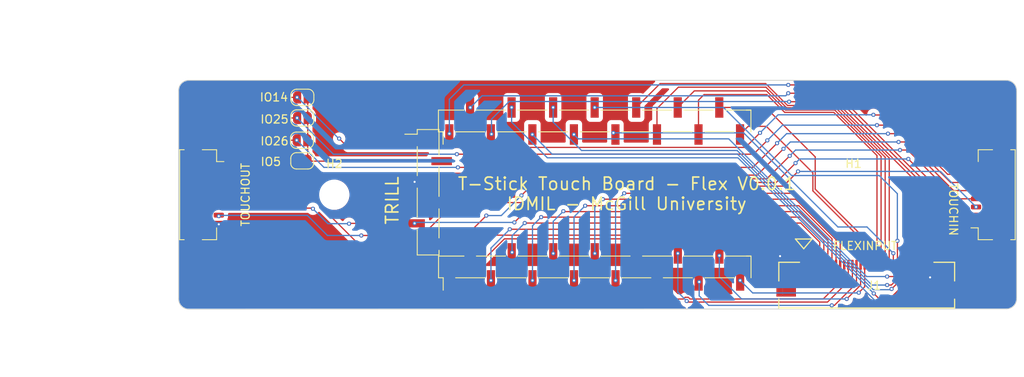
<source format=kicad_pcb>
(kicad_pcb (version 20221018) (generator pcbnew)
  (layers (0 "F.Cu" signal) (31 "B.Cu" signal) (34 "B.Paste" user) (35 "F.Paste" user) (36 "B.SilkS" user "B.Silkscreen") (37 "F.SilkS" user "F.Silkscreen") (38 "B.Mask" user) (39 "F.Mask" user) (44 "Edge.Cuts" user))
  (net 0 "")
  (net 1 "GND")
  (net 2 "/TOUCH0")
  (net 3 "/TOUCH1")
  (net 4 "/TOUCH2")
  (net 5 "/TOUCH3")
  (net 6 "/TOUCH4")
  (net 7 "/TOUCH5")
  (net 8 "/TOUCH6")
  (net 9 "/TOUCH7")
  (net 10 "/TOUCH8")
  (net 11 "/TOUCH9")
  (net 12 "/TOUCH10")
  (net 13 "/TOUCH11")
  (net 14 "/TOUCH12")
  (net 15 "/TOUCH13")
  (net 16 "/TOUCH14")
  (net 17 "/TOUCH15")
  (net 18 "/TOUCH16")
  (net 19 "/TOUCH17")
  (net 20 "/TOUCH18")
  (net 21 "/TOUCH19")
  (net 22 "/TOUCH20")
  (net 23 "/TOUCH21")
  (net 24 "/TOUCH22")
  (net 25 "/TOUCH23")
  (net 26 "/TOUCH24")
  (net 27 "/TOUCH25")
  (net 28 "/TOUCH26")
  (net 29 "/TOUCH27")
  (net 30 "/TOUCH28")
  (net 31 "/TOUCH29")
  (net 32 "/TRILL_EVT")
  (net 33 "/EVT1")
  (net 34 "/EVT2")
  (net 35 "/EVT3")
  (net 36 "/EVT4")
  (net 37 "+3V3")
  (net 38 "/SDA")
  (net 39 "/SCL")
  (footprint "Connector_JST:JST_SHL_SM08B-SHLS-TF_1x08-1MP_P1.00mm_Horizontal" (layer "F.Cu") (at 217.9642 92.2625 90)
    (fp_text reference "TrillExtensionInput1" hide)
    (fp_text value "Conn_01x08")
  )
  (footprint "Jumper:SolderJumper-2_P1.3mm_Open_RoundedPad1.0x1.5mm" (layer "F.Cu") (at 133.8934 82.8626 180)
    (fp_text reference "JP3" hide)
    (fp_text value "SolderJumper_2_Open" hide)
  )
  (footprint "Connector_PinHeader_2.54mm:PinHeader_1x06_P2.54mm_Vertical_SMD_Pin1Left" (layer "F.Cu") (at 149.27 91.96)
    (fp_text reference "TOUCH3" hide)
    (fp_text value "Conn_01x06")
  )
  (footprint "molex_ffc_footprints:CON_541323262_MOL" (layer "F.Cu") (at 202.914184 103.335993)
    (fp_text reference "J1")
    (fp_text value "Conn_01x32")
  )
  (footprint "Connector_JST:JST_SHL_SM08B-SHLS-TF_1x08-1MP_P1.00mm_Horizontal" (layer "F.Cu") (at 121.9892 92.2625 -90)
    (fp_text reference "TrillExtensionOutput2" hide)
    (fp_text value "Conn_01x08")
  )
  (footprint "MountingHole:MountingHole_3.2mm_M3_DIN965" (layer "F.Cu") (at 201.3 92.2625)
    (fp_text reference "H1")
    (fp_text value "MountingHole" hide)
  )
  (footprint "Connector_PinHeader_2.54mm:PinHeader_1x15_P2.54mm_Vertical_SMD_Pin1Left" (layer "F.Cu") (at 169.655 101.105 90)
    (fp_text reference "TOUCH1" hide)
    (fp_text value "Conn_01x15")
  )
  (footprint "Connector_PinHeader_2.54mm:PinHeader_1x15_P2.54mm_Vertical_SMD_Pin1Left" (layer "F.Cu") (at 169.64 83.23 90)
    (fp_text reference "TOUCH2" hide)
    (fp_text value "Conn_01x15")
  )
  (footprint "Jumper:SolderJumper-2_P1.3mm_Open_RoundedPad1.0x1.5mm" (layer "F.Cu") (at 133.8684 88.1126 180)
    (fp_text reference "JP1" hide)
    (fp_text value "SolderJumper_2_Open" hide)
  )
  (footprint "Jumper:SolderJumper-2_P1.3mm_Open_RoundedPad1.0x1.5mm" (layer "F.Cu") (at 133.8934 80.3376 180)
    (fp_text reference "JP4" hide)
    (fp_text value "SolderJumper_2_Open" hide)
  )
  (footprint "MountingHole:MountingHole_3.2mm_M3_DIN965" (layer "F.Cu") (at 137.8 92.2625)
    (fp_text reference "H2")
    (fp_text value "MountingHole")
  )
  (footprint "Jumper:SolderJumper-2_P1.3mm_Open_RoundedPad1.0x1.5mm" (layer "F.Cu") (at 133.8434 85.5876 180)
    (fp_text reference "JP2" hide)
    (fp_text value "SolderJumper_2_Open" hide)
  )
  (gr_arc (start 120 106.275) (mid 119.116117 105.908883) (end 118.75 105.025) (stroke (width 0.1)) (layer "Edge.Cuts"))
  (gr_line (start 221.25 79.5) (end 221.25 105) (stroke (width 0.1)) (layer "Edge.Cuts"))
  (gr_line (start 220 106.25) (end 120 106.275) (stroke (width 0.1)) (layer "Edge.Cuts"))
  (gr_arc (start 221.25 105) (mid 220.883883 105.883883) (end 220 106.25) (stroke (width 0.1)) (layer "Edge.Cuts"))
  (gr_arc (start 118.75 79.5) (mid 119.116117 78.616117) (end 120 78.25) (stroke (width 0.1)) (layer "Edge.Cuts"))
  (gr_arc (start 220 78.25) (mid 220.883883 78.616117) (end 221.25 79.5) (stroke (width 0.1)) (layer "Edge.Cuts"))
  (gr_line (start 118.75 105.025) (end 118.75 79.5) (stroke (width 0.1)) (layer "Edge.Cuts"))
  (gr_line (start 220 78.25) (end 120 78.25) (stroke (width 0.1)) (layer "Edge.Cuts"))
  (gr_text "IO5" (at 128.6934 88.813) (layer "F.SilkS") (effects (font (size 1 1)) (justify left bottom)))
  (gr_text "TRILL" (at 144.8816 92.964 90) (layer "F.SilkS") (effects (font (size 1.524 1.524) (thickness 0.2032))))
  (gr_text "IO14" (at 128.5934 80.9126) (layer "F.SilkS") (effects (font (size 1 1)) (justify left bottom)))
  (gr_text "IO25" (at 128.6684 83.6126) (layer "F.SilkS") (effects (font (size 1 1)) (justify left bottom)))
  (gr_text "IO26" (at 128.6684 86.2876) (layer "F.SilkS") (effects (font (size 1 1)) (justify left bottom)))
  (gr_text "FLEXINPUT" (at 202.7174 98.5266) (layer "F.SilkS") (effects (font (size 1 1))))
  (gr_text "TOUCHIN" (at 212.922802 90.766712 -90) (layer "F.SilkS") (effects (font (size 1 1)) (justify left bottom)))
  (gr_text "TOUCHOUT" (at 127.515997 96.2427 90) (layer "F.SilkS") (effects (font (size 1 1)) (justify left bottom)))
  (gr_text "T-Stick Touch Board - Flex V0.0.1\nIDMIL - McGill University" (at 173.5582 92.1512) (layer "F.SilkS") (effects (font (size 1.524 1.524) (thickness 0.2032))))
  (segment (start 195.1642 100.838) (end 193.3702 100.838) (width 0.1524) (layer "F.Cu") (net 1))
  (segment (start 210.6676 102.3874) (end 210.6706 102.3844) (width 0.1524) (layer "F.Cu") (net 1))
  (segment (start 213.598697 99.435) (end 210.6452 99.435) (width 0.1524) (layer "F.Cu") (net 1))
  (segment (start 215.540997 97.4927) (end 213.598697 99.435) (width 0.1524) (layer "F.Cu") (net 1))
  (segment (start 210.6706 102.3844) (end 210.6706 99.435) (width 0.1524) (layer "F.Cu") (net 1))
  (segment (start 193.3702 100.838) (end 192.3161 99.7839) (width 0.1524) (layer "F.Cu") (net 1))
  (via (at 210.6676 102.3874) (size 0.508) (drill 0.254) (layers "F.Cu" "B.Cu") (net 1))
  (via (at 192.3161 99.7839) (size 0.508) (drill 0.254) (layers "F.Cu" "B.Cu") (net 1))
  (via (at 123.6642 95.888) (size 0.508) (drill 0.254) (layers "F.Cu" "B.Cu") (net 1))
  (via (at 147.615 90.69) (size 0.508) (drill 0.254) (layers "F.Cu" "B.Cu") (net 1))
  (segment (start 142.2146 98.298) (end 142.494 98.298) (width 0.1524) (layer "B.Cu") (net 1))
  (segment (start 134.5184 95.8342) (end 136.9822 98.298) (width 0.1524) (layer "B.Cu") (net 1))
  (segment (start 142.494 98.298) (end 147.615 93.177) (width 0.1524) (layer "B.Cu") (net 1))
  (segment (start 207.6704 105.3846) (end 210.6676 102.3874) (width 0.1524) (layer "B.Cu") (net 1))
  (segment (start 123.6642 95.888) (end 123.718 95.8342) (width 0.1524) (layer "B.Cu") (net 1))
  (segment (start 200.1742 101.473) (end 204.0858 105.3846) (width 0.1524) (layer "B.Cu") (net 1))
  (segment (start 123.718 95.8342) (end 134.5184 95.8342) (width 0.1524) (layer "B.Cu") (net 1))
  (segment (start 194.0052 101.473) (end 200.1742 101.473) (width 0.1524) (layer "B.Cu") (net 1))
  (segment (start 147.615 93.177) (end 147.615 90.69) (width 0.1524) (layer "B.Cu") (net 1))
  (segment (start 148.971 105.0544) (end 173.101 105.0544) (width 0.1524) (layer "B.Cu") (net 1))
  (segment (start 191.2572 98.725) (end 192.3161 99.7839) (width 0.1524) (layer "B.Cu") (net 1))
  (segment (start 136.9822 98.298) (end 142.2146 98.298) (width 0.1524) (layer "B.Cu") (net 1))
  (segment (start 173.101 105.0544) (end 179.4304 98.725) (width 0.1524) (layer "B.Cu") (net 1))
  (segment (start 142.2146 98.298) (end 148.971 105.0544) (width 0.1524) (layer "B.Cu") (net 1))
  (segment (start 204.0858 105.3846) (end 207.6704 105.3846) (width 0.1524) (layer "B.Cu") (net 1))
  (segment (start 192.3161 99.7839) (end 194.0052 101.473) (width 0.1524) (layer "B.Cu") (net 1))
  (segment (start 179.4304 98.725) (end 191.2572 98.725) (width 0.1524) (layer "B.Cu") (net 1))
  (segment (start 195.6706 99.113) (end 195.664198 99.119402) (width 0.1524) (layer "F.Cu") (net 2))
  (segment (start 195.6706 98.485) (end 194.853 97.6674) (width 0.1524) (layer "F.Cu") (net 2))
  (segment (start 195.664198 99.119402) (end 195.664198 100.838) (width 0.1524) (layer "F.Cu") (net 2))
  (segment (start 158.6026 97.6674) (end 153.51 102.76) (width 0.1524) (layer "F.Cu") (net 2))
  (segment (start 195.6706 99.113) (end 195.6706 98.485) (width 0.1524) (layer "F.Cu") (net 2))
  (segment (start 194.853 97.6674) (end 158.6026 97.6674) (width 0.1524) (layer "F.Cu") (net 2))
  (segment (start 153.51 102.76) (end 151.875 102.76) (width 0.1524) (layer "F.Cu") (net 2))
  (segment (start 156.6476 97.2174) (end 195.039396 97.2174) (width 0.1524) (layer "F.Cu") (net 3))
  (segment (start 154.415 99.45) (end 156.6476 97.2174) (width 0.1524) (layer "F.Cu") (net 3))
  (segment (start 196.1642 99.4414) (end 196.1642 100.838) (width 0.1524) (layer "F.Cu") (net 3))
  (segment (start 195.039396 97.2174) (end 196.1706 98.348604) (width 0.1524) (layer "F.Cu") (net 3))
  (segment (start 196.1706 99.435) (end 196.1642 99.4414) (width 0.1524) (layer "F.Cu") (net 3))
  (segment (start 196.1706 98.348604) (end 196.1706 99.435) (width 0.1524) (layer "F.Cu") (net 3))
  (segment (start 196.6706 99.213) (end 196.6706 98.212208) (width 0.1524) (layer "F.Cu") (net 4))
  (segment (start 194.951292 96.4929) (end 159.258 96.4929) (width 0.1524) (layer "F.Cu") (net 4))
  (segment (start 196.664199 99.219401) (end 196.664199 100.838) (width 0.1524) (layer "F.Cu") (net 4))
  (segment (start 196.6706 99.213) (end 196.664199 99.219401) (width 0.1524) (layer "F.Cu") (net 4))
  (segment (start 196.6706 98.212208) (end 194.951292 96.4929) (width 0.1524) (layer "F.Cu") (net 4))
  (via (at 159.258 96.4929) (size 0.508) (drill 0.254) (layers "F.Cu" "B.Cu") (net 4))
  (via (at 156.955 102.76) (size 0.508) (drill 0.254) (layers "F.Cu" "B.Cu") (net 4))
  (segment (start 159.258 96.4929) (end 156.955 98.7959) (width 0.1524) (layer "B.Cu") (net 4))
  (segment (start 156.955 98.7959) (end 156.955 102.76) (width 0.1524) (layer "B.Cu") (net 4))
  (segment (start 194.827388 95.7326) (end 197.1706 98.075812) (width 0.1524) (layer "F.Cu") (net 5))
  (segment (start 197.1706 99.363) (end 197.164201 99.369399) (width 0.1524) (layer "F.Cu") (net 5))
  (segment (start 197.1706 98.075812) (end 197.1706 99.363) (width 0.1524) (layer "F.Cu") (net 5))
  (segment (start 161.0868 95.7326) (end 194.827388 95.7326) (width 0.1524) (layer "F.Cu") (net 5))
  (segment (start 197.164201 99.369399) (end 197.164201 100.838) (width 0.1524) (layer "F.Cu") (net 5))
  (segment (start 159.495 99.45) (end 159.495 99.3564) (width 0.1524) (layer "F.Cu") (net 5))
  (segment (start 159.495 99.3564) (end 159.5374 99.314) (width 0.1524) (layer "F.Cu") (net 5))
  (via (at 161.0868 95.7326) (size 0.508) (drill 0.254) (layers "F.Cu" "B.Cu") (net 5))
  (via (at 159.5374 99.314) (size 0.508) (drill 0.254) (layers "F.Cu" "B.Cu") (net 5))
  (segment (start 159.5374 99.314) (end 159.5374 97.282) (width 0.1524) (layer "B.Cu") (net 5))
  (segment (start 159.5374 97.282) (end 161.0868 95.7326) (width 0.1524) (layer "B.Cu") (net 5))
  (segment (start 197.6706 97.939416) (end 194.739284 95.0081) (width 0.1524) (layer "F.Cu") (net 6))
  (segment (start 197.6706 99.338) (end 197.6642 99.3444) (width 0.1524) (layer "F.Cu") (net 6))
  (segment (start 194.739284 95.0081) (end 163.0934 95.0081) (width 0.1524) (layer "F.Cu") (net 6))
  (segment (start 197.6642 99.3444) (end 197.6642 100.838) (width 0.1524) (layer "F.Cu") (net 6))
  (segment (start 197.6706 99.338) (end 197.6706 97.939416) (width 0.1524) (layer "F.Cu") (net 6))
  (via (at 163.0934 95.0081) (size 0.508) (drill 0.254) (layers "F.Cu" "B.Cu") (net 6))
  (via (at 162.035 102.76) (size 0.508) (drill 0.254) (layers "F.Cu" "B.Cu") (net 6))
  (segment (start 162.035 96.0665) (end 162.035 102.76) (width 0.1524) (layer "B.Cu") (net 6))
  (segment (start 163.0934 95.0081) (end 162.035 96.0665) (width 0.1524) (layer "B.Cu") (net 6))
  (segment (start 198.1706 99.213) (end 198.164199 99.219401) (width 0.1524) (layer "F.Cu") (net 7))
  (segment (start 165.8632 94.3356) (end 165.8112 94.2836) (width 0.1524) (layer "F.Cu") (net 7))
  (segment (start 198.1706 99.213) (end 198.1706 97.80302) (width 0.1524) (layer "F.Cu") (net 7))
  (segment (start 165.8632 94.3356) (end 194.70318 94.3356) (width 0.1524) (layer "F.Cu") (net 7))
  (segment (start 198.164199 99.219401) (end 198.164199 100.838) (width 0.1524) (layer "F.Cu") (net 7))
  (segment (start 198.1706 97.80302) (end 194.70318 94.3356) (width 0.1524) (layer "F.Cu") (net 7))
  (via (at 164.575 99.45) (size 0.508) (drill 0.254) (layers "F.Cu" "B.Cu") (net 7))
  (via (at 165.8112 94.2836) (size 0.508) (drill 0.254) (layers "F.Cu" "B.Cu") (net 7))
  (segment (start 164.575 95.5198) (end 164.575 99.45) (width 0.1524) (layer "B.Cu") (net 7))
  (segment (start 165.8112 94.2836) (end 164.575 95.5198) (width 0.1524) (layer "B.Cu") (net 7))
  (segment (start 198.6706 97.666624) (end 194.615076 93.6111) (width 0.1524) (layer "F.Cu") (net 8))
  (segment (start 198.6706 99.213) (end 198.6706 97.666624) (width 0.1524) (layer "F.Cu") (net 8))
  (segment (start 194.615076 93.6111) (end 168.4782 93.6111) (width 0.1524) (layer "F.Cu") (net 8))
  (segment (start 198.6642 99.2194) (end 198.6642 100.838) (width 0.1524) (layer "F.Cu") (net 8))
  (segment (start 198.6706 99.213) (end 198.6642 99.2194) (width 0.1524) (layer "F.Cu") (net 8))
  (via (at 168.4782 93.6111) (size 0.508) (drill 0.254) (layers "F.Cu" "B.Cu") (net 8))
  (via (at 167.115 102.76) (size 0.508) (drill 0.254) (layers "F.Cu" "B.Cu") (net 8))
  (segment (start 167.115 94.9743) (end 167.115 102.76) (width 0.1524) (layer "B.Cu") (net 8))
  (segment (start 168.4782 93.6111) (end 167.115 94.9743) (width 0.1524) (layer "B.Cu") (net 8))
  (segment (start 199.164199 99.344401) (end 199.164199 100.838) (width 0.1524) (layer "F.Cu") (net 9))
  (segment (start 199.1706 97.768664) (end 194.213536 92.8116) (width 0.1524) (layer "F.Cu") (net 9))
  (segment (start 199.1706 99.338) (end 199.164199 99.344401) (width 0.1524) (layer "F.Cu") (net 9))
  (segment (start 194.213536 92.8116) (end 170.6372 92.8116) (width 0.1524) (layer "F.Cu") (net 9))
  (segment (start 199.1706 99.338) (end 199.1706 97.768664) (width 0.1524) (layer "F.Cu") (net 9))
  (via (at 170.6372 92.8116) (size 0.508) (drill 0.254) (layers "F.Cu" "B.Cu") (net 9))
  (via (at 169.655 99.45) (size 0.508) (drill 0.254) (layers "F.Cu" "B.Cu") (net 9))
  (segment (start 170.6372 92.8116) (end 169.655 93.7938) (width 0.1524) (layer "B.Cu") (net 9))
  (segment (start 169.655 93.7938) (end 169.655 99.45) (width 0.1524) (layer "B.Cu") (net 9))
  (segment (start 193.886996 92.0871) (end 173.2534 92.0871) (width 0.1524) (layer "F.Cu") (net 10))
  (segment (start 199.6706 99.138) (end 199.6706 97.870704) (width 0.1524) (layer "F.Cu") (net 10))
  (segment (start 199.664201 99.144399) (end 199.664201 100.838) (width 0.1524) (layer "F.Cu") (net 10))
  (segment (start 199.6706 97.870704) (end 193.886996 92.0871) (width 0.1524) (layer "F.Cu") (net 10))
  (segment (start 199.6706 99.138) (end 199.664201 99.144399) (width 0.1524) (layer "F.Cu") (net 10))
  (via (at 173.2534 92.0871) (size 0.508) (drill 0.254) (layers "F.Cu" "B.Cu") (net 10))
  (via (at 172.195 102.76) (size 0.508) (drill 0.254) (layers "F.Cu" "B.Cu") (net 10))
  (segment (start 173.2534 92.0871) (end 172.195 93.1455) (width 0.1524) (layer "B.Cu") (net 10))
  (segment (start 172.195 93.1455) (end 172.195 102.76) (width 0.1524) (layer "B.Cu") (net 10))
  (segment (start 185.6002 97.9898) (end 189.2536 101.6432) (width 0.1524) (layer "F.Cu") (net 11))
  (segment (start 176.1952 97.9898) (end 185.6002 97.9898) (width 0.1524) (layer "F.Cu") (net 11))
  (segment (start 200.1114 101.6432) (end 200.1642 101.5904) (width 0.1524) (layer "F.Cu") (net 11))
  (segment (start 174.735 99.45) (end 176.1952 97.9898) (width 0.1524) (layer "F.Cu") (net 11))
  (segment (start 189.2536 101.6432) (end 200.1114 101.6432) (width 0.1524) (layer "F.Cu") (net 11))
  (segment (start 200.1642 101.5904) (end 200.1642 100.838) (width 0.1524) (layer "F.Cu") (net 11))
  (segment (start 181.089007 104.8238) (end 181.303207 105.038) (width 0.1524) (layer "F.Cu") (net 12))
  (segment (start 180.708593 104.8238) (end 181.089007 104.8238) (width 0.1524) (layer "F.Cu") (net 12))
  (segment (start 200.664199 101.963001) (end 200.664199 100.838) (width 0.1524) (layer "F.Cu") (net 12))
  (segment (start 179.553 105.038) (end 180.494393 105.038) (width 0.1524) (layer "F.Cu") (net 12))
  (segment (start 197.5892 105.038) (end 200.664199 101.963001) (width 0.1524) (layer "F.Cu") (net 12))
  (segment (start 177.275 102.76) (end 179.553 105.038) (width 0.1524) (layer "F.Cu") (net 12))
  (segment (start 180.494393 105.038) (end 180.708593 104.8238) (width 0.1524) (layer "F.Cu") (net 12))
  (segment (start 181.303207 105.038) (end 197.5892 105.038) (width 0.1524) (layer "F.Cu") (net 12))
  (segment (start 198.1172 105.41) (end 201.1642 102.363) (width 0.1524) (layer "F.Cu") (net 13))
  (segment (start 201.1642 102.363) (end 201.1642 100.838) (width 0.1524) (layer "F.Cu") (net 13))
  (segment (start 181.0258 105.41) (end 198.1172 105.41) (width 0.1524) (layer "F.Cu") (net 13))
  (segment (start 180.8988 105.283) (end 181.0258 105.41) (width 0.1524) (layer "F.Cu") (net 13))
  (via (at 180.8988 105.283) (size 0.508) (drill 0.254) (layers "F.Cu" "B.Cu") (net 13))
  (via (at 179.815 99.45) (size 0.508) (drill 0.254) (layers "F.Cu" "B.Cu") (net 13))
  (segment (start 179.815 104.1992) (end 179.815 99.45) (width 0.1524) (layer "B.Cu") (net 13))
  (segment (start 180.8988 105.283) (end 179.815 104.1992) (width 0.1524) (layer "B.Cu") (net 13))
  (segment (start 198.6392 105.8164) (end 198.9608 105.8164) (width 0.1524) (layer "F.Cu") (net 14))
  (segment (start 198.9608 105.8164) (end 201.664199 103.113001) (width 0.1524) (layer "F.Cu") (net 14))
  (segment (start 182.355 102.76) (end 182.355 102.8784) (width 0.1524) (layer "F.Cu") (net 14))
  (segment (start 201.664199 103.113001) (end 201.664199 100.838) (width 0.1524) (layer "F.Cu") (net 14))
  (segment (start 182.355 102.8784) (end 182.4228 102.9462) (width 0.1524) (layer "F.Cu") (net 14))
  (via (at 182.4228 102.9462) (size 0.508) (drill 0.254) (layers "F.Cu" "B.Cu") (net 14))
  (via (at 198.6392 105.8164) (size 0.508) (drill 0.254) (layers "F.Cu" "B.Cu") (net 14))
  (segment (start 198.6392 105.8164) (end 183.5912 105.8164) (width 0.1524) (layer "B.Cu") (net 14))
  (segment (start 183.5912 105.8164) (end 182.4228 104.648) (width 0.1524) (layer "B.Cu") (net 14))
  (segment (start 182.4228 104.648) (end 182.4228 102.9462) (width 0.1524) (layer "B.Cu") (net 14))
  (segment (start 184.895 99.45) (end 184.895 99.712) (width 0.1524) (layer "F.Cu") (net 15))
  (segment (start 184.895 99.712) (end 184.8866 99.7204) (width 0.1524) (layer "F.Cu") (net 15))
  (segment (start 200.4642 105.029) (end 202.164201 103.328999) (width 0.1524) (layer "F.Cu") (net 15))
  (segment (start 202.164201 103.328999) (end 202.164201 100.838) (width 0.1524) (layer "F.Cu") (net 15))
  (via (at 200.4642 105.029) (size 0.508) (drill 0.254) (layers "F.Cu" "B.Cu") (net 15))
  (via (at 184.8866 99.7204) (size 0.508) (drill 0.254) (layers "F.Cu" "B.Cu") (net 15))
  (segment (start 184.8866 102.3112) (end 184.8866 99.7204) (width 0.1524) (layer "B.Cu") (net 15))
  (segment (start 187.6044 105.029) (end 184.8866 102.3112) (width 0.1524) (layer "B.Cu") (net 15))
  (segment (start 200.4642 105.029) (end 187.6044 105.029) (width 0.1524) (layer "B.Cu") (net 15))
  (segment (start 202.6642 103.538) (end 202.6642 100.838) (width 0.1524) (layer "F.Cu") (net 16))
  (segment (start 201.9392 104.263) (end 202.6642 103.538) (width 0.1524) (layer "F.Cu") (net 16))
  (via (at 201.9392 104.263) (size 0.508) (drill 0.254) (layers "F.Cu" "B.Cu") (net 16))
  (via (at 187.435 102.76) (size 0.508) (drill 0.254) (layers "F.Cu" "B.Cu") (net 16))
  (segment (start 188.9674 104.2924) (end 187.435 102.76) (width 0.1524) (layer "B.Cu") (net 16))
  (segment (start 201.9392 104.263) (end 201.9098 104.2924) (width 0.1524) (layer "B.Cu") (net 16))
  (segment (start 201.9098 104.2924) (end 188.9674 104.2924) (width 0.1524) (layer "B.Cu") (net 16))
  (segment (start 203.164199 99.219401) (end 203.164199 100.838) (width 0.1524) (layer "F.Cu") (net 17))
  (segment (start 203.1706 98.6326) (end 203.1706 99.213) (width 0.1524) (layer "F.Cu") (net 17))
  (segment (start 190.634607 83.8894) (end 196.3328 89.587593) (width 0.1524) (layer "F.Cu") (net 17))
  (segment (start 196.3328 91.7948) (end 203.1706 98.6326) (width 0.1524) (layer "F.Cu") (net 17))
  (segment (start 196.3328 89.587593) (end 196.3328 91.7948) (width 0.1524) (layer "F.Cu") (net 17))
  (segment (start 187.42 84.885) (end 188.4156 83.8894) (width 0.1524) (layer "F.Cu") (net 17))
  (segment (start 203.1706 99.213) (end 203.164199 99.219401) (width 0.1524) (layer "F.Cu") (net 17))
  (segment (start 188.4156 83.8894) (end 190.634607 83.8894) (width 0.1524) (layer "F.Cu") (net 17))
  (segment (start 203.6706 99.213) (end 203.6642 99.2194) (width 0.1524) (layer "F.Cu") (net 18))
  (segment (start 196.6142 91.5762) (end 203.6706 98.6326) (width 0.1524) (layer "F.Cu") (net 18))
  (segment (start 184.88 81.575) (end 190.5642 81.575) (width 0.1524) (layer "F.Cu") (net 18))
  (segment (start 190.5642 81.575) (end 196.6142 87.625) (width 0.1524) (layer "F.Cu") (net 18))
  (segment (start 203.6706 98.6326) (end 203.6706 99.213) (width 0.1524) (layer "F.Cu") (net 18))
  (segment (start 203.6642 99.2194) (end 203.6642 100.838) (width 0.1524) (layer "F.Cu") (net 18))
  (segment (start 196.6142 87.625) (end 196.6142 91.5762) (width 0.1524) (layer "F.Cu") (net 18))
  (segment (start 182.34 80.677) (end 183.022 79.995) (width 0.1524) (layer "F.Cu") (net 19))
  (segment (start 198.88636 82.177) (end 204.1706 87.46124) (width 0.1524) (layer "F.Cu") (net 19))
  (segment (start 190.699113 79.995) (end 192.881113 82.177) (width 0.1524) (layer "F.Cu") (net 19))
  (segment (start 204.164199 99.244401) (end 204.164199 100.838) (width 0.1524) (layer "F.Cu") (net 19))
  (segment (start 204.1706 87.46124) (end 204.1706 99.238) (width 0.1524) (layer "F.Cu") (net 19))
  (segment (start 183.022 79.995) (end 190.699113 79.995) (width 0.1524) (layer "F.Cu") (net 19))
  (segment (start 192.881113 82.177) (end 198.88636 82.177) (width 0.1524) (layer "F.Cu") (net 19))
  (segment (start 204.1706 99.238) (end 204.164199 99.244401) (width 0.1524) (layer "F.Cu") (net 19))
  (segment (start 182.34 84.885) (end 182.34 80.677) (width 0.1524) (layer "F.Cu") (net 19))
  (segment (start 204.6706 87.56328) (end 204.6706 99.288) (width 0.1524) (layer "F.Cu") (net 20))
  (segment (start 181.83 79.545) (end 190.647073 79.545) (width 0.1524) (layer "F.Cu") (net 20))
  (segment (start 204.6706 99.288) (end 204.664201 99.294399) (width 0.1524) (layer "F.Cu") (net 20))
  (segment (start 190.647073 79.545) (end 192.997673 81.8956) (width 0.1524) (layer "F.Cu") (net 20))
  (segment (start 199.00292 81.8956) (end 204.6706 87.56328) (width 0.1524) (layer "F.Cu") (net 20))
  (segment (start 204.664201 99.294399) (end 204.664201 100.838) (width 0.1524) (layer "F.Cu") (net 20))
  (segment (start 179.8 81.575) (end 181.83 79.545) (width 0.1524) (layer "F.Cu") (net 20))
  (segment (start 192.997673 81.8956) (end 199.00292 81.8956) (width 0.1524) (layer "F.Cu") (net 20))
  (segment (start 199.11948 81.6142) (end 205.1706 87.66532) (width 0.1524) (layer "F.Cu") (net 21))
  (segment (start 193.114233 81.6142) (end 199.11948 81.6142) (width 0.1524) (layer "F.Cu") (net 21))
  (segment (start 205.1706 87.66532) (end 205.1706 99.338) (width 0.1524) (layer "F.Cu") (net 21))
  (segment (start 179.875 79.095) (end 190.595033 79.095) (width 0.1524) (layer "F.Cu") (net 21))
  (segment (start 177.26 84.885) (end 177.26 81.71) (width 0.1524) (layer "F.Cu") (net 21))
  (segment (start 205.1642 99.3444) (end 205.1642 100.838) (width 0.1524) (layer "F.Cu") (net 21))
  (segment (start 190.595033 79.095) (end 193.114233 81.6142) (width 0.1524) (layer "F.Cu") (net 21))
  (segment (start 205.1706 99.338) (end 205.1642 99.3444) (width 0.1524) (layer "F.Cu") (net 21))
  (segment (start 177.26 81.71) (end 179.875 79.095) (width 0.1524) (layer "F.Cu") (net 21))
  (segment (start 190.542993 78.645) (end 193.230793 81.3328) (width 0.1524) (layer "F.Cu") (net 22))
  (segment (start 205.6706 99.188) (end 205.664199 99.194401) (width 0.1524) (layer "F.Cu") (net 22))
  (segment (start 177.65 78.645) (end 190.542993 78.645) (width 0.1524) (layer "F.Cu") (net 22))
  (segment (start 205.664199 99.194401) (end 205.664199 100.838) (width 0.1524) (layer "F.Cu") (net 22))
  (segment (start 174.72 81.575) (end 177.65 78.645) (width 0.1524) (layer "F.Cu") (net 22))
  (segment (start 205.6706 87.76736) (end 205.6706 99.188) (width 0.1524) (layer "F.Cu") (net 22))
  (segment (start 193.230793 81.3328) (end 199.23604 81.3328) (width 0.1524) (layer "F.Cu") (net 22))
  (segment (start 199.23604 81.3328) (end 205.6706 87.76736) (width 0.1524) (layer "F.Cu") (net 22))
  (segment (start 206.1706 100.4836) (end 206.1706 99.435) (width 0.1524) (layer "F.Cu") (net 23))
  (segment (start 172.18 84.885) (end 172.134 84.885) (width 0.1524) (layer "F.Cu") (net 23))
  (segment (start 172.134 84.885) (end 171.9326 84.6836) (width 0.1524) (layer "F.Cu") (net 23))
  (via (at 206.1706 99.435) (size 0.508) (drill 0.254) (layers "F.Cu" "B.Cu") (net 23))
  (via (at 171.9326 84.6836) (size 0.508) (drill 0.254) (layers "F.Cu" "B.Cu") (net 23))
  (segment (start 193.714198 90.538002) (end 193.714202 90.538002) (width 0.1524) (layer "B.Cu") (net 23))
  (segment (start 187.859796 84.6836) (end 193.714198 90.538002) (width 0.1524) (layer "B.Cu") (net 23))
  (segment (start 193.714202 90.538002) (end 199.3892 96.213) (width 0.1524) (layer "B.Cu") (net 23))
  (segment (start 202.9486 96.213) (end 206.1706 99.435) (width 0.1524) (layer "B.Cu") (net 23))
  (segment (start 171.9326 84.6836) (end 187.859796 84.6836) (width 0.1524) (layer "B.Cu") (net 23))
  (segment (start 199.3892 96.213) (end 202.9486 96.213) (width 0.1524) (layer "B.Cu") (net 23))
  (segment (start 206.6706 100.62704) (end 206.561919 100.735721) (width 0.1524) (layer "F.Cu") (net 24))
  (segment (start 206.6706 97.9131) (end 206.6706 100.62704) (width 0.1524) (layer "F.Cu") (net 24))
  (via (at 169.64 81.575) (size 0.508) (drill 0.254) (layers "F.Cu" "B.Cu") (net 24))
  (via (at 206.6706 97.9131) (size 0.508) (drill 0.254) (layers "F.Cu" "B.Cu") (net 24))
  (segment (start 193.725592 89.913) (end 185.387592 81.575) (width 0.1524) (layer "B.Cu") (net 24))
  (segment (start 206.6642 97.9067) (end 206.6642 92.138) (width 0.1524) (layer "B.Cu") (net 24))
  (segment (start 206.6642 92.138) (end 204.4392 89.913) (width 0.1524) (layer "B.Cu") (net 24))
  (segment (start 185.387592 81.575) (end 169.64 81.575) (width 0.1524) (layer "B.Cu") (net 24))
  (segment (start 204.4392 89.913) (end 193.725592 89.913) (width 0.1524) (layer "B.Cu") (net 24))
  (segment (start 206.6706 97.9131) (end 206.6642 97.9067) (width 0.1524) (layer "B.Cu") (net 24))
  (segment (start 206.468801 102.2858) (end 207.164201 101.5904) (width 0.1524) (layer "F.Cu") (net 25))
  (segment (start 205.4098 102.2858) (end 206.468801 102.2858) (width 0.1524) (layer "F.Cu") (net 25))
  (segment (start 207.164201 101.5904) (end 207.164201 100.838) (width 0.1524) (layer "F.Cu") (net 25))
  (via (at 205.4098 102.2858) (size 0.508) (drill 0.254) (layers "F.Cu" "B.Cu") (net 25))
  (via (at 167.1 84.885) (size 0.508) (drill 0.254) (layers "F.Cu" "B.Cu") (net 25))
  (segment (start 205.4098 102.2858) (end 202.902546 102.2858) (width 0.1524) (layer "B.Cu") (net 25))
  (segment (start 167.6352 85.4202) (end 167.1 84.885) (width 0.1524) (layer "B.Cu") (net 25))
  (segment (start 202.902546 102.2858) (end 186.036946 85.4202) (width 0.1524) (layer "B.Cu") (net 25))
  (segment (start 186.036946 85.4202) (end 167.6352 85.4202) (width 0.1524) (layer "B.Cu") (net 25))
  (segment (start 205.9274 103.3272) (end 207.6642 101.5904) (width 0.1524) (layer "F.Cu") (net 26))
  (segment (start 207.6642 101.5904) (end 207.6642 100.838) (width 0.1524) (layer "F.Cu") (net 26))
  (segment (start 205.4098 103.3272) (end 205.9274 103.3272) (width 0.1524) (layer "F.Cu") (net 26))
  (via (at 205.4098 103.3272) (size 0.508) (drill 0.254) (layers "F.Cu" "B.Cu") (net 26))
  (via (at 164.56 81.575) (size 0.508) (drill 0.254) (layers "F.Cu" "B.Cu") (net 26))
  (segment (start 168.032295 86.8426) (end 187.061386 86.8426) (width 0.1524) (layer "B.Cu") (net 26))
  (segment (start 164.56 83.370305) (end 168.032295 86.8426) (width 0.1524) (layer "B.Cu") (net 26))
  (segment (start 203.545986 103.3272) (end 205.4098 103.3272) (width 0.1524) (layer "B.Cu") (net 26))
  (segment (start 164.56 81.575) (end 164.56 83.370305) (width 0.1524) (layer "B.Cu") (net 26))
  (segment (start 187.061386 86.8426) (end 203.545986 103.3272) (width 0.1524) (layer "B.Cu") (net 26))
  (segment (start 208.164199 101.598105) (end 208.164199 100.838) (width 0.1524) (layer "F.Cu") (net 27))
  (segment (start 205.956752 103.805552) (end 208.164199 101.598105) (width 0.1524) (layer "F.Cu") (net 27))
  (via (at 205.956752 103.805552) (size 0.508) (drill 0.254) (layers "F.Cu" "B.Cu") (net 27))
  (via (at 162.02 84.885) (size 0.508) (drill 0.254) (layers "F.Cu" "B.Cu") (net 27))
  (segment (start 205.956752 103.805552) (end 205.869237 103.893067) (width 0.1524) (layer "B.Cu") (net 27))
  (segment (start 203.713893 103.893067) (end 187.113426 87.2926) (width 0.1524) (layer "B.Cu") (net 27))
  (segment (start 187.113426 87.2926) (end 164.4276 87.2926) (width 0.1524) (layer "B.Cu") (net 27))
  (segment (start 205.869237 103.893067) (end 203.713893 103.893067) (width 0.1524) (layer "B.Cu") (net 27))
  (segment (start 164.4276 87.2926) (end 162.02 84.885) (width 0.1524) (layer "B.Cu") (net 27))
  (segment (start 204.47424 105.051374) (end 205.685083 105.051374) (width 0.1524) (layer "F.Cu") (net 28))
  (segment (start 208.6642 102.072256) (end 208.6642 100.838) (width 0.1524) (layer "F.Cu") (net 28))
  (segment (start 205.685083 105.051374) (end 208.6642 102.072256) (width 0.1524) (layer "F.Cu") (net 28))
  (segment (start 203.775133 104.352267) (end 204.47424 105.051374) (width 0.1524) (layer "F.Cu") (net 28))
  (via (at 159.48 81.575) (size 0.508) (drill 0.254) (layers "F.Cu" "B.Cu") (net 28))
  (via (at 203.775133 104.352267) (size 0.508) (drill 0.254) (layers "F.Cu" "B.Cu") (net 28))
  (segment (start 159.48 83.370305) (end 159.48 81.575) (width 0.1524) (layer "B.Cu") (net 28))
  (segment (start 163.852295 87.7426) (end 159.48 83.370305) (width 0.1524) (layer "B.Cu") (net 28))
  (segment (start 203.775133 104.352267) (end 187.165467 87.7426) (width 0.1524) (layer "B.Cu") (net 28))
  (segment (start 187.165467 87.7426) (end 163.852295 87.7426) (width 0.1524) (layer "B.Cu") (net 28))
  (segment (start 209.164199 99.069401) (end 209.164199 100.838) (width 0.1524) (layer "F.Cu") (net 29))
  (segment (start 199.1748 80.8736) (end 209.1706 90.8694) (width 0.1524) (layer "F.Cu") (net 29))
  (segment (start 193.421 80.8736) (end 199.1748 80.8736) (width 0.1524) (layer "F.Cu") (net 29))
  (segment (start 209.1706 99.063) (end 209.164199 99.069401) (width 0.1524) (layer "F.Cu") (net 29))
  (segment (start 156.94 84.885) (end 156.9738 84.885) (width 0.1524) (layer "F.Cu") (net 29))
  (segment (start 209.1706 90.8694) (end 209.1706 99.063) (width 0.1524) (layer "F.Cu") (net 29))
  (segment (start 156.9738 84.885) (end 157.0228 84.836) (width 0.1524) (layer "F.Cu") (net 29))
  (via (at 157.0228 84.836) (size 0.508) (drill 0.254) (layers "F.Cu" "B.Cu") (net 29))
  (via (at 193.421 80.8736) (size 0.508) (drill 0.254) (layers "F.Cu" "B.Cu") (net 29))
  (segment (start 193.3956 80.8482) (end 193.421 80.8736) (width 0.1524) (layer "B.Cu") (net 29))
  (segment (start 157.0228 83.006895) (end 159.181495 80.8482) (width 0.1524) (layer "B.Cu") (net 29))
  (segment (start 157.0228 84.836) (end 157.0228 83.006895) (width 0.1524) (layer "B.Cu") (net 29))
  (segment (start 159.181495 80.8482) (end 193.3956 80.8482) (width 0.1524) (layer "B.Cu") (net 29))
  (segment (start 209.6706 99.238) (end 209.664201 99.244399) (width 0.1524) (layer "F.Cu") (net 30))
  (segment (start 209.6706 90.8444) (end 209.6706 99.238) (width 0.1524) (layer "F.Cu") (net 30))
  (segment (start 193.3194 79.8322) (end 198.6584 79.8322) (width 0.1524) (layer "F.Cu") (net 30))
  (segment (start 198.6584 79.8322) (end 209.6706 90.8444) (width 0.1524) (layer "F.Cu") (net 30))
  (segment (start 209.664201 99.244399) (end 209.664201 100.838) (width 0.1524) (layer "F.Cu") (net 30))
  (segment (start 154.4222 81.575) (end 154.432 81.5848) (width 0.1524) (layer "F.Cu") (net 30))
  (segment (start 154.4 81.575) (end 154.4222 81.575) (width 0.1524) (layer "F.Cu") (net 30))
  (via (at 154.432 81.5848) (size 0.508) (drill 0.254) (layers "F.Cu" "B.Cu") (net 30))
  (via (at 193.3194 79.8322) (size 0.508) (drill 0.254) (layers "F.Cu" "B.Cu") (net 30))
  (segment (start 155.8682 80.1486) (end 193.003 80.1486) (width 0.1524) (layer "B.Cu") (net 30))
  (segment (start 193.003 80.1486) (end 193.3194 79.8322) (width 0.1524) (layer "B.Cu") (net 30))
  (segment (start 154.432 81.5848) (end 155.8682 80.1486) (width 0.1524) (layer "B.Cu") (net 30))
  (segment (start 198.1924 78.8162) (end 210.1706 90.7944) (width 0.1524) (layer "F.Cu") (net 31))
  (segment (start 151.86 84.885) (end 151.86 84.7918) (width 0.1524) (layer "F.Cu") (net 31))
  (segment (start 210.1642 99.1944) (end 210.1642 100.838) (width 0.1524) (layer "F.Cu") (net 31))
  (segment (start 210.1706 90.7944) (end 210.1706 99.188) (width 0.1524) (layer "F.Cu") (net 31))
  (segment (start 151.86 84.7918) (end 151.8666 84.7852) (width 0.1524) (layer "F.Cu") (net 31))
  (segment (start 210.1706 99.188) (end 210.1642 99.1944) (width 0.1524) (layer "F.Cu") (net 31))
  (segment (start 193.3194 78.8162) (end 198.1924 78.8162) (width 0.1524) (layer "F.Cu") (net 31))
  (via (at 151.8666 84.7852) (size 0.508) (drill 0.254) (layers "F.Cu" "B.Cu") (net 31))
  (via (at 193.3194 78.8162) (size 0.508) (drill 0.254) (layers "F.Cu" "B.Cu") (net 31))
  (segment (start 151.8666 84.7852) (end 151.8666 80.5688) (width 0.1524) (layer "B.Cu") (net 31))
  (segment (start 151.8666 80.5688) (end 153.6192 78.8162) (width 0.1524) (layer "B.Cu") (net 31))
  (segment (start 153.6192 78.8162) (end 193.3194 78.8162) (width 0.1524) (layer "B.Cu") (net 31))
  (segment (start 134.5434 88.0876) (end 134.5184 88.1126) (width 0.1524) (layer "F.Cu") (net 32))
  (segment (start 134.5558 88.15) (end 134.5184 88.1126) (width 0.1524) (layer "F.Cu") (net 32))
  (segment (start 150.925 88.15) (end 134.5558 88.15) (width 0.1524) (layer "F.Cu") (net 32))
  (segment (start 134.5434 82.8626) (end 134.5434 88.0876) (width 0.1524) (layer "F.Cu") (net 32))
  (segment (start 134.5434 82.8626) (end 134.5434 80.3376) (width 0.1524) (layer "F.Cu") (net 32))
  (segment (start 213.540802 91.7625) (end 216.2892 91.7625) (width 0.1524) (layer "F.Cu") (net 33))
  (segment (start 123.6689 91.8927) (end 123.6642 91.888) (width 0.1524) (layer "F.Cu") (net 33))
  (segment (start 162.7086 89.8614) (end 162.4838 89.6366) (width 0.1524) (layer "F.Cu") (net 33))
  (segment (start 207.579501 85.8012) (end 206.8068 85.8012) (width 0.1524) (layer "F.Cu") (net 33))
  (segment (start 133.2184 88.52222) (end 133.2184 88.1126) (width 0.1524) (layer "F.Cu") (net 33))
  (segment (start 133.2184 88.1126) (end 129.0396 88.1126) (width 0.1524) (layer "F.Cu") (net 33))
  (segment (start 162.4838 89.6366) (end 134.33278 89.6366) (width 0.1524) (layer "F.Cu") (net 33))
  (segment (start 134.33278 89.6366) (end 133.2184 88.52222) (width 0.1524) (layer "F.Cu") (net 33))
  (segment (start 207.579501 85.8012) (end 213.540802 91.7625) (width 0.1524) (layer "F.Cu") (net 33))
  (segment (start 129.0396 88.1126) (end 125.2595 91.8927) (width 0.1524) (layer "F.Cu") (net 33))
  (segment (start 189.5132 89.8614) (end 162.7086 89.8614) (width 0.1524) (layer "F.Cu") (net 33))
  (segment (start 125.2595 91.8927) (end 123.6689 91.8927) (width 0.1524) (layer "F.Cu") (net 33))
  (segment (start 192.7352 86.6394) (end 189.5132 89.8614) (width 0.1524) (layer "F.Cu") (net 33))
  (via (at 206.8068 85.8012) (size 0.508) (drill 0.254) (layers "F.Cu" "B.Cu") (net 33))
  (via (at 192.7352 86.6394) (size 0.508) (drill 0.254) (layers "F.Cu" "B.Cu") (net 33))
  (segment (start 193.5734 85.8012) (end 192.7352 86.6394) (width 0.1524) (layer "B.Cu") (net 33))
  (segment (start 206.8068 85.8012) (end 193.5734 85.8012) (width 0.1524) (layer "B.Cu") (net 33))
  (segment (start 213.177196 90.7625) (end 216.2892 90.7625) (width 0.1524) (layer "F.Cu") (net 34))
  (segment (start 188.9893 88.9121) (end 152.908 88.9121) (width 0.1524) (layer "F.Cu") (net 34))
  (segment (start 191.9478 85.9536) (end 188.9893 88.9121) (width 0.1524) (layer "F.Cu") (net 34))
  (segment (start 129.6646 85.5876) (end 124.3595 90.8927) (width 0.1524) (layer "F.Cu") (net 34))
  (segment (start 205.5114 84.7852) (end 207.199897 84.7852) (width 0.1524) (layer "F.Cu") (net 34))
  (segment (start 207.199897 84.7852) (end 213.177196 90.7625) (width 0.1524) (layer "F.Cu") (net 34))
  (segment (start 123.6689 90.8927) (end 123.6642 90.888) (width 0.1524) (layer "F.Cu") (net 34))
  (segment (start 133.1934 85.5876) (end 129.6646 85.5876) (width 0.1524) (layer "F.Cu") (net 34))
  (segment (start 124.3595 90.8927) (end 123.6689 90.8927) (width 0.1524) (layer "F.Cu") (net 34))
  (via (at 152.908 88.9121) (size 0.508) (drill 0.254) (layers "F.Cu" "B.Cu") (net 34))
  (via (at 133.1934 85.5876) (size 0.508) (drill 0.254) (layers "F.Cu" "B.Cu") (net 34))
  (via (at 205.5114 84.7852) (size 0.508) (drill 0.254) (layers "F.Cu" "B.Cu") (net 34))
  (via (at 191.9478 85.9536) (size 0.508) (drill 0.254) (layers "F.Cu" "B.Cu") (net 34))
  (segment (start 191.9478 85.9536) (end 193.1162 84.7852) (width 0.1524) (layer "B.Cu") (net 34))
  (segment (start 193.1162 84.7852) (end 205.5114 84.7852) (width 0.1524) (layer "B.Cu") (net 34))
  (segment (start 136.5179 88.9121) (end 133.1934 85.5876) (width 0.1524) (layer "B.Cu") (net 34))
  (segment (start 152.908 88.9121) (end 136.5179 88.9121) (width 0.1524) (layer "B.Cu") (net 34))
  (segment (start 133.2434 82.8626) (end 130.6896 82.8626) (width 0.1524) (layer "F.Cu") (net 35))
  (segment (start 206.794893 83.7438) (end 204.1652 83.7438) (width 0.1524) (layer "F.Cu") (net 35))
  (segment (start 189.0637 87.2998) (end 152.781 87.2998) (width 0.1524) (layer "F.Cu") (net 35))
  (segment (start 206.794893 83.7438) (end 212.813592 89.7625) (width 0.1524) (layer "F.Cu") (net 35))
  (segment (start 190.754 85.6095) (end 189.0637 87.2998) (width 0.1524) (layer "F.Cu") (net 35))
  (segment (start 124.4944 89.0672) (end 123.6736 89.888) (width 0.1524) (layer "F.Cu") (net 35))
  (segment (start 212.813592 89.7625) (end 216.2892 89.7625) (width 0.1524) (layer "F.Cu") (net 35))
  (segment (start 130.6896 82.8626) (end 124.4944 89.0578) (width 0.1524) (layer "F.Cu") (net 35))
  (segment (start 124.4944 89.0578) (end 124.4944 89.0672) (width 0.1524) (layer "F.Cu") (net 35))
  (segment (start 123.6736 89.888) (end 123.6642 89.888) (width 0.1524) (layer "F.Cu") (net 35))
  (via (at 152.781 87.2998) (size 0.508) (drill 0.254) (layers "F.Cu" "B.Cu") (net 35))
  (via (at 204.1652 83.7438) (size 0.508) (drill 0.254) (layers "F.Cu" "B.Cu") (net 35))
  (via (at 190.754 85.6095) (size 0.508) (drill 0.254) (layers "F.Cu" "B.Cu") (net 35))
  (via (at 133.2434 82.8626) (size 0.508) (drill 0.254) (layers "F.Cu" "B.Cu") (net 35))
  (segment (start 137.6806 87.2998) (end 133.2434 82.8626) (width 0.1524) (layer "B.Cu") (net 35))
  (segment (start 192.6197 83.7438) (end 190.754 85.6095) (width 0.1524) (layer "B.Cu") (net 35))
  (segment (start 204.1652 83.7438) (end 192.6197 83.7438) (width 0.1524) (layer "B.Cu") (net 35))
  (segment (start 152.781 87.2998) (end 137.6806 87.2998) (width 0.1524) (layer "B.Cu") (net 35))
  (segment (start 216.2892 88.7625) (end 213.7525 88.7625) (width 0.1524) (layer "F.Cu") (net 36))
  (segment (start 123.6642 88.838) (end 132.1646 80.3376) (width 0.1524) (layer "F.Cu") (net 36))
  (segment (start 139.4662 86.465) (end 188.0836 86.465) (width 0.1524) (layer "F.Cu") (net 36))
  (segment (start 138.3892 85.388) (end 139.4662 86.465) (width 0.1524) (layer "F.Cu") (net 36))
  (segment (start 203.7588 82.4992) (end 207.4892 82.4992) (width 0.1524) (layer "F.Cu") (net 36))
  (segment (start 188.0836 86.465) (end 189.865 84.6836) (width 0.1524) (layer "F.Cu") (net 36))
  (segment (start 203.7588 82.4992) (end 203.7334 82.4738) (width 0.1524) (layer "F.Cu") (net 36))
  (segment (start 213.7525 88.7625) (end 207.4892 82.4992) (width 0.1524) (layer "F.Cu") (net 36))
  (segment (start 132.1646 80.3376) (end 133.2434 80.3376) (width 0.1524) (layer "F.Cu") (net 36))
  (via (at 189.865 84.6836) (size 0.508) (drill 0.254) (layers "F.Cu" "B.Cu") (net 36))
  (via (at 138.3892 85.388) (size 0.508) (drill 0.254) (layers "F.Cu" "B.Cu") (net 36))
  (via (at 133.2434 80.3376) (size 0.508) (drill 0.254) (layers "F.Cu" "B.Cu") (net 36))
  (via (at 203.7334 82.4738) (size 0.508) (drill 0.254) (layers "F.Cu" "B.Cu") (net 36))
  (segment (start 203.7334 82.4738) (end 192.0748 82.4738) (width 0.1524) (layer "B.Cu") (net 36))
  (segment (start 192.0748 82.4738) (end 189.865 84.6836) (width 0.1524) (layer "B.Cu") (net 36))
  (segment (start 138.3392 85.388) (end 133.2888 80.3376) (width 0.1524) (layer "B.Cu") (net 36))
  (segment (start 138.3892 85.388) (end 138.3392 85.388) (width 0.1524) (layer "B.Cu") (net 36))
  (segment (start 133.2888 80.3376) (end 133.2434 80.3376) (width 0.1524) (layer "B.Cu") (net 36))
  (segment (start 214.8791 94.7625) (end 216.2892 94.7625) (width 0.1524) (layer "F.Cu") (net 37))
  (segment (start 163.7974 90.7614) (end 161.3288 93.23) (width 0.1524) (layer "F.Cu") (net 37))
  (segment (start 191.839 90.7614) (end 163.7974 90.7614) (width 0.1524) (layer "F.Cu") (net 37))
  (segment (start 150.925 93.23) (end 150.925 94.865) (width 0.1524) (layer "F.Cu") (net 37))
  (segment (start 150.925 94.865) (end 148.5334 97.2566) (width 0.1524) (layer "F.Cu") (net 37))
  (segment (start 148.5334 97.2566) (end 141.097 97.2566) (width 0.1524) (layer "F.Cu") (net 37))
  (segment (start 161.3288 93.23) (end 150.925 93.23) (width 0.1524) (layer "F.Cu") (net 37))
  (segment (start 208.0006 87.884) (end 214.8791 94.7625) (width 0.1524) (layer "F.Cu") (net 37))
  (segment (start 194.2084 88.392) (end 191.839 90.7614) (width 0.1524) (layer "F.Cu") (net 37))
  (via (at 141.097 97.2566) (size 0.508) (drill 0.254) (layers "F.Cu" "B.Cu") (net 37))
  (via (at 194.2084 88.392) (size 0.508) (drill 0.254) (layers "F.Cu" "B.Cu") (net 37))
  (via (at 208.0006 87.884) (size 0.508) (drill 0.254) (layers "F.Cu" "B.Cu") (net 37))
  (via (at 123.6642 94.888) (size 0.508) (drill 0.254) (layers "F.Cu" "B.Cu") (net 37))
  (segment (start 136.9568 97.2566) (end 141.097 97.2566) (width 0.1524) (layer "B.Cu") (net 37))
  (segment (start 123.6642 94.888) (end 123.7594 94.7928) (width 0.1524) (layer "B.Cu") (net 37))
  (segment (start 194.7164 87.884) (end 194.2084 88.392) (width 0.1524) (layer "B.Cu") (net 37))
  (segment (start 134.493 94.7928) (end 136.9568 97.2566) (width 0.1524) (layer "B.Cu") (net 37))
  (segment (start 123.7594 94.7928) (end 134.493 94.7928) (width 0.1524) (layer "B.Cu") (net 37))
  (segment (start 208.0006 87.884) (end 194.7164 87.884) (width 0.1524) (layer "B.Cu") (net 37))
  (segment (start 164.2618 91.2114) (end 159.8168 95.6564) (width 0.1524) (layer "F.Cu") (net 38))
  (segment (start 147.615 95.77) (end 139.6372 95.77) (width 0.1524) (layer "F.Cu") (net 38))
  (segment (start 135.1788 93.98) (end 135.1026 93.9038) (width 0.1524) (layer "F.Cu") (net 38))
  (segment (start 124.961297 93.888) (end 123.6642 93.888) (width 0.1524) (layer "F.Cu") (net 38))
  (segment (start 194.5132 89.408) (end 192.7098 91.2114) (width 0.1524) (layer "F.Cu") (net 38))
  (segment (start 124.977097 93.9038) (end 124.961297 93.888) (width 0.1524) (layer "F.Cu") (net 38))
  (segment (start 192.7098 91.2114) (end 164.2618 91.2114) (width 0.1524) (layer "F.Cu") (net 38))
  (segment (start 135.1026 93.9038) (end 124.977097 93.9038) (width 0.1524) (layer "F.Cu") (net 38))
  (segment (start 139.6372 95.77) (end 139.5984 95.8088) (width 0.1524) (layer "F.Cu") (net 38))
  (via (at 159.8168 95.6564) (size 0.508) (drill 0.254) (layers "F.Cu" "B.Cu") (net 38))
  (via (at 139.5984 95.8088) (size 0.508) (drill 0.254) (layers "F.Cu" "B.Cu") (net 38))
  (via (at 216.2892 93.7625) (size 0.508) (drill 0.254) (layers "F.Cu" "B.Cu") (net 38))
  (via (at 135.1788 93.98) (size 0.508) (drill 0.254) (layers "F.Cu" "B.Cu") (net 38))
  (via (at 147.615 95.77) (size 0.508) (drill 0.254) (layers "F.Cu" "B.Cu") (net 38))
  (via (at 194.5132 89.408) (size 0.508) (drill 0.254) (layers "F.Cu" "B.Cu") (net 38))
  (segment (start 147.7286 95.6564) (end 147.615 95.77) (width 0.1524) (layer "B.Cu") (net 38))
  (segment (start 135.1788 93.98) (end 137.0076 95.8088) (width 0.1524) (layer "B.Cu") (net 38))
  (segment (start 194.5132 89.408) (end 211.9347 89.408) (width 0.1524) (layer "B.Cu") (net 38))
  (segment (start 137.0076 95.8088) (end 139.5984 95.8088) (width 0.1524) (layer "B.Cu") (net 38))
  (segment (start 211.9347 89.408) (end 216.2892 93.7625) (width 0.1524) (layer "B.Cu") (net 38))
  (segment (start 159.8168 95.6564) (end 147.7286 95.6564) (width 0.1524) (layer "B.Cu") (net 38))
  (segment (start 152.896 98.31) (end 150.925 98.31) (width 0.1524) (layer "F.Cu") (net 39))
  (segment (start 156.3878 94.8182) (end 152.896 98.31) (width 0.1524) (layer "F.Cu") (net 39))
  (segment (start 190.6888 90.3114) (end 162.7234 90.3114) (width 0.1524) (layer "F.Cu") (net 39))
  (segment (start 135.337028 92.8927) (end 123.6689 92.8927) (width 0.1524) (layer "F.Cu") (net 39))
  (segment (start 123.6689 92.8927) (end 123.6642 92.888) (width 0.1524) (layer "F.Cu") (net 39))
  (segment (start 207.933705 86.7918) (end 206.9846 86.7918) (width 0.1524) (layer "F.Cu") (net 39))
  (segment (start 193.4972 87.503) (end 190.6888 90.3114) (width 0.1524) (layer "F.Cu") (net 39))
  (segment (start 140.754328 98.31) (end 135.337028 92.8927) (width 0.1524) (layer "F.Cu") (net 39))
  (segment (start 150.925 98.31) (end 140.754328 98.31) (width 0.1524) (layer "F.Cu") (net 39))
  (segment (start 162.7234 90.3114) (end 160.6804 92.3544) (width 0.1524) (layer "F.Cu") (net 39))
  (segment (start 207.933705 86.7918) (end 213.904406 92.7625) (width 0.1524) (layer "F.Cu") (net 39))
  (segment (start 213.904406 92.7625) (end 216.2892 92.7625) (width 0.1524) (layer "F.Cu") (net 39))
  (via (at 156.3878 94.8182) (size 0.508) (drill 0.254) (layers "F.Cu" "B.Cu") (net 39))
  (via (at 206.9846 86.7918) (size 0.508) (drill 0.254) (layers "F.Cu" "B.Cu") (net 39))
  (via (at 193.4972 87.503) (size 0.508) (drill 0.254) (layers "F.Cu" "B.Cu") (net 39))
  (via (at 160.6804 92.3544) (size 0.508) (drill 0.254) (layers "F.Cu" "B.Cu") (net 39))
  (segment (start 206.9846 86.7918) (end 194.2084 86.7918) (width 0.1524) (layer "B.Cu") (net 39))
  (segment (start 160.6804 92.3544) (end 158.2166 94.8182) (width 0.1524) (layer "B.Cu") (net 39))
  (segment (start 194.2084 86.7918) (end 193.4972 87.503) (width 0.1524) (layer "B.Cu") (net 39))
  (segment (start 158.2166 94.8182) (end 156.3878 94.8182) (width 0.1524) (layer "B.Cu") (net 39))
  (zone (net 1) (net_name "GND") (layers "F&B.Cu") (connect_pads (clearance 0.508)) (min_thickness 0.25) (fill yes (thermal_gap 0.5) (thermal_bridge_width 0.5))
    (polygon (pts (xy 222.1 77.275) (xy 222.1 106.4) (xy 118.4 106.675) (xy 118.5 77.5) (xy 222.175 77.525)))
  )
)
</source>
